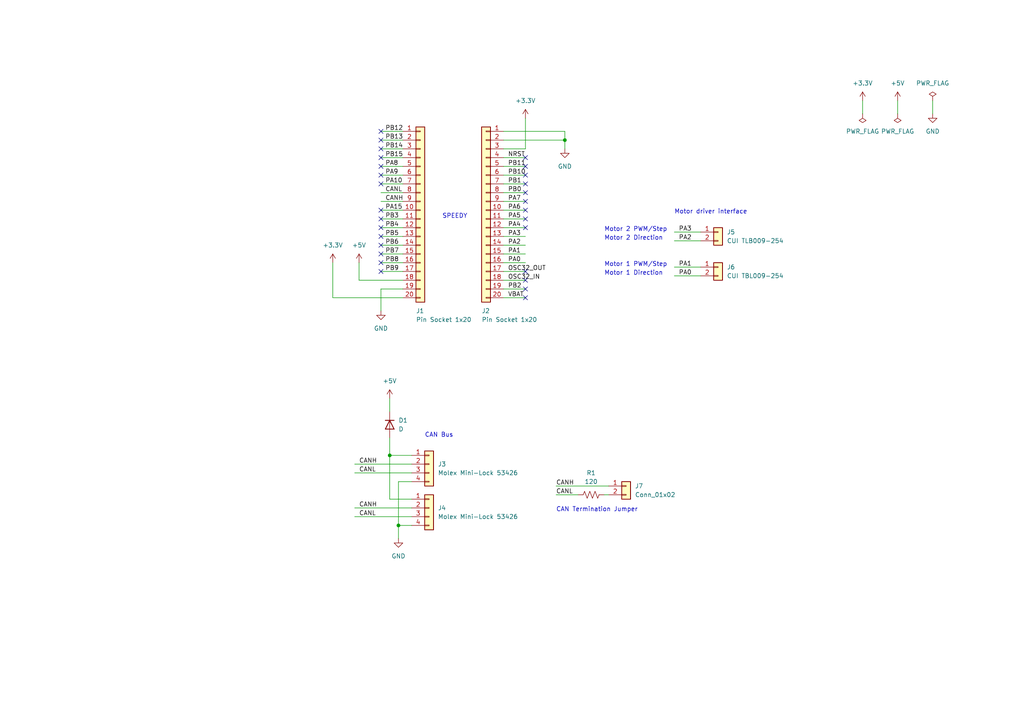
<source format=kicad_sch>
(kicad_sch (version 20230121) (generator eeschema)
  (paper "A4")
  (title_block (title "Speedy Breakout Board") (date "2023-06-27") (rev "1.0") (company "Space Exploration Alberta Robotics"))
  (lib_symbols
    (symbol "Connector_Generic:Conn_01x02" (pin_names (offset 1.016) hide)
      (property "Reference" "J" (at 0 2.54 0))
      (property "Value" "Conn_01x02" (at 0 -5.08 0))
      (symbol "Conn_01x02_1_1"
        (rectangle (start -1.27 -2.413) (end 0 -2.667) (stroke (width 0.1524)))
        (rectangle (start -1.27 0.127) (end 0 -0.127) (stroke (width 0.1524)))
        (rectangle (start -1.27 1.27) (end 1.27 -3.81) (stroke (width 0.254)) (fill (type background)))
        (pin passive line (at -5.08 0 0) (length 3.81) (name "Pin_1") (number "1"))
        (pin passive line (at -5.08 -2.54 0) (length 3.81) (name "Pin_2") (number "2"))
      )
    )
    (symbol "Connector_Generic:Conn_01x04" (pin_names (offset 1.016) hide)
      (property "Reference" "J" (at 0 5.08 0))
      (property "Value" "Conn_01x04" (at 0 -7.62 0))
      (symbol "Conn_01x04_1_1"
        (rectangle (start -1.27 -4.953) (end 0 -5.207) (stroke (width 0.1524)))
        (rectangle (start -1.27 -2.413) (end 0 -2.667) (stroke (width 0.1524)))
        (rectangle (start -1.27 0.127) (end 0 -0.127) (stroke (width 0.1524)))
        (rectangle (start -1.27 2.667) (end 0 2.413) (stroke (width 0.1524)))
        (rectangle (start -1.27 3.81) (end 1.27 -6.35) (stroke (width 0.254)) (fill (type background)))
        (pin passive line (at -5.08 2.54 0) (length 3.81) (name "Pin_1") (number "1"))
        (pin passive line (at -5.08 0 0) (length 3.81) (name "Pin_2") (number "2"))
        (pin passive line (at -5.08 -2.54 0) (length 3.81) (name "Pin_3") (number "3"))
        (pin passive line (at -5.08 -5.08 0) (length 3.81) (name "Pin_4") (number "4"))
      )
    )
    (symbol "Connector_Generic:Conn_01x20" (pin_names (offset 1.016) hide)
      (property "Reference" "J" (at 0 25.4 0))
      (property "Value" "Conn_01x20" (at 0 -27.94 0))
      (symbol "Conn_01x20_1_1"
        (rectangle (start -1.27 -25.273) (end 0 -25.527) (stroke (width 0.1524)))
        (rectangle (start -1.27 -22.733) (end 0 -22.987) (stroke (width 0.1524)))
        (rectangle (start -1.27 -20.193) (end 0 -20.447) (stroke (width 0.1524)))
        (rectangle (start -1.27 -17.653) (end 0 -17.907) (stroke (width 0.1524)))
        (rectangle (start -1.27 -15.113) (end 0 -15.367) (stroke (width 0.1524)))
        (rectangle (start -1.27 -12.573) (end 0 -12.827) (stroke (width 0.1524)))
        (rectangle (start -1.27 -10.033) (end 0 -10.287) (stroke (width 0.1524)))
        (rectangle (start -1.27 -7.493) (end 0 -7.747) (stroke (width 0.1524)))
        (rectangle (start -1.27 -4.953) (end 0 -5.207) (stroke (width 0.1524)))
        (rectangle (start -1.27 -2.413) (end 0 -2.667) (stroke (width 0.1524)))
        (rectangle (start -1.27 0.127) (end 0 -0.127) (stroke (width 0.1524)))
        (rectangle (start -1.27 2.667) (end 0 2.413) (stroke (width 0.1524)))
        (rectangle (start -1.27 5.207) (end 0 4.953) (stroke (width 0.1524)))
        (rectangle (start -1.27 7.747) (end 0 7.493) (stroke (width 0.1524)))
        (rectangle (start -1.27 10.287) (end 0 10.033) (stroke (width 0.1524)))
        (rectangle (start -1.27 12.827) (end 0 12.573) (stroke (width 0.1524)))
        (rectangle (start -1.27 15.367) (end 0 15.113) (stroke (width 0.1524)))
        (rectangle (start -1.27 17.907) (end 0 17.653) (stroke (width 0.1524)))
        (rectangle (start -1.27 20.447) (end 0 20.193) (stroke (width 0.1524)))
        (rectangle (start -1.27 22.987) (end 0 22.733) (stroke (width 0.1524)))
        (rectangle (start -1.27 24.13) (end 1.27 -26.67) (stroke (width 0.254)) (fill (type background)))
        (pin passive line (at -5.08 22.86 0) (length 3.81) (name "Pin_1") (number "1"))
        (pin passive line (at -5.08 0 0) (length 3.81) (name "Pin_10") (number "10"))
        (pin passive line (at -5.08 -2.54 0) (length 3.81) (name "Pin_11") (number "11"))
        (pin passive line (at -5.08 -5.08 0) (length 3.81) (name "Pin_12") (number "12"))
        (pin passive line (at -5.08 -7.62 0) (length 3.81) (name "Pin_13") (number "13"))
        (pin passive line (at -5.08 -10.16 0) (length 3.81) (name "Pin_14") (number "14"))
        (pin passive line (at -5.08 -12.7 0) (length 3.81) (name "Pin_15") (number "15"))
        (pin passive line (at -5.08 -15.24 0) (length 3.81) (name "Pin_16") (number "16"))
        (pin passive line (at -5.08 -17.78 0) (length 3.81) (name "Pin_17") (number "17"))
        (pin passive line (at -5.08 -20.32 0) (length 3.81) (name "Pin_18") (number "18"))
        (pin passive line (at -5.08 -22.86 0) (length 3.81) (name "Pin_19") (number "19"))
        (pin passive line (at -5.08 20.32 0) (length 3.81) (name "Pin_2") (number "2"))
        (pin passive line (at -5.08 -25.4 0) (length 3.81) (name "Pin_20") (number "20"))
        (pin passive line (at -5.08 17.78 0) (length 3.81) (name "Pin_3") (number "3"))
        (pin passive line (at -5.08 15.24 0) (length 3.81) (name "Pin_4") (number "4"))
        (pin passive line (at -5.08 12.7 0) (length 3.81) (name "Pin_5") (number "5"))
        (pin passive line (at -5.08 10.16 0) (length 3.81) (name "Pin_6") (number "6"))
        (pin passive line (at -5.08 7.62 0) (length 3.81) (name "Pin_7") (number "7"))
        (pin passive line (at -5.08 5.08 0) (length 3.81) (name "Pin_8") (number "8"))
        (pin passive line (at -5.08 2.54 0) (length 3.81) (name "Pin_9") (number "9"))
      )
    )
    (symbol "Device:D" (pin_numbers hide) (pin_names (offset 1.016) hide)
      (property "Reference" "D" (at 0 2.54 0))
      (property "Value" "D" (at 0 -2.54 0))
      (symbol "D_0_1"
        (polyline (pts (xy -1.27 1.27) (xy -1.27 -1.27)) (stroke (width 0.254)))
        (polyline (pts (xy 1.27 0) (xy -1.27 0)))
        (polyline (pts (xy 1.27 1.27) (xy 1.27 -1.27) (xy -1.27 0) (xy 1.27 1.27)) (stroke (width 0.254)))
      )
      (symbol "D_1_1"
        (pin passive line (at -3.81 0 0) (length 2.54) (name "K") (number "1"))
        (pin passive line (at 3.81 0 180) (length 2.54) (name "A") (number "2"))
      )
    )
    (symbol "Device:R_US" (pin_numbers hide) (pin_names (offset 0))
      (property "Reference" "R" (at 2.54 0 90))
      (property "Value" "R_US" (at -2.54 0 90))
      (symbol "R_US_0_1"
        (polyline (pts (xy 0 -2.286) (xy 0 -2.54)))
        (polyline (pts (xy 0 2.286) (xy 0 2.54)))
        (polyline (pts (xy 0 -0.762) (xy 1.016 -1.143) (xy 0 -1.524) (xy -1.016 -1.905) (xy 0 -2.286)))
        (polyline (pts (xy 0 0.762) (xy 1.016 0.381) (xy 0 0) (xy -1.016 -0.381) (xy 0 -0.762)))
        (polyline (pts (xy 0 2.286) (xy 1.016 1.905) (xy 0 1.524) (xy -1.016 1.143) (xy 0 0.762)))
      )
      (symbol "R_US_1_1"
        (pin passive line (at 0 3.81 270) (length 1.27) (name "~") (number "1"))
        (pin passive line (at 0 -3.81 90) (length 1.27) (name "~") (number "2"))
      )
    )
    (symbol "power:+3.3V" (power) (pin_names (offset 0))
      (property "Value" "+3.3V" (at 0 3.556 0))
      (symbol "+3.3V_0_1"
        (polyline (pts (xy -0.762 1.27) (xy 0 2.54)))
        (polyline (pts (xy 0 0) (xy 0 2.54)))
        (polyline (pts (xy 0 2.54) (xy 0.762 1.27)))
      )
      (symbol "+3.3V_1_1"
        (pin power_in line (at 0 0 90) (length 0) hide (name "+3.3V") (number "1"))
      )
    )
    (symbol "power:+5V" (power) (pin_names (offset 0))
      (property "Value" "+5V" (at 0 3.556 0))
      (symbol "+5V_0_1"
        (polyline (pts (xy -0.762 1.27) (xy 0 2.54)))
        (polyline (pts (xy 0 0) (xy 0 2.54)))
        (polyline (pts (xy 0 2.54) (xy 0.762 1.27)))
      )
      (symbol "+5V_1_1"
        (pin power_in line (at 0 0 90) (length 0) hide (name "+5V") (number "1"))
      )
    )
    (symbol "power:GND" (power) (pin_names (offset 0))
      (property "Value" "GND" (at 0 -3.81 0))
      (symbol "GND_0_1"
        (polyline (pts (xy 0 0) (xy 0 -1.27) (xy 1.27 -1.27) (xy 0 -2.54) (xy -1.27 -1.27) (xy 0 -1.27)))
      )
      (symbol "GND_1_1"
        (pin power_in line (at 0 0 270) (length 0) hide (name "GND") (number "1"))
      )
    )
    (symbol "power:PWR_FLAG" (power) (pin_numbers hide) (pin_names (offset 0) hide)
      (property "Value" "PWR_FLAG" (at 0 3.81 0))
      (symbol "PWR_FLAG_0_0"
        (pin power_out line (at 0 0 90) (length 0) (name "pwr") (number "1"))
      )
      (symbol "PWR_FLAG_0_1"
        (polyline (pts (xy 0 0) (xy 0 1.27) (xy -1.016 1.905) (xy 0 2.54) (xy 1.016 1.905) (xy 0 1.27)))
      )
    )
  )
  (junction (at 113.03 132.08))
  (junction (at 163.83 40.64))
  (junction (at 115.57 152.4))
  (no_connect (at 110.49 73.66))
  (no_connect (at 110.49 48.26))
  (no_connect (at 152.4 48.26))
  (no_connect (at 152.4 55.88))
  (no_connect (at 152.4 50.8))
  (no_connect (at 110.49 53.34))
  (no_connect (at 110.49 38.1))
  (no_connect (at 152.4 60.96))
  (no_connect (at 152.4 63.5))
  (no_connect (at 152.4 78.74))
  (no_connect (at 152.4 86.36))
  (no_connect (at 152.4 83.82))
  (no_connect (at 152.4 58.42))
  (no_connect (at 110.49 63.5))
  (no_connect (at 110.49 45.72))
  (no_connect (at 110.49 66.04))
  (no_connect (at 152.4 66.04))
  (no_connect (at 110.49 68.58))
  (no_connect (at 110.49 40.64))
  (no_connect (at 152.4 81.28))
  (no_connect (at 110.49 60.96))
  (no_connect (at 110.49 78.74))
  (no_connect (at 152.4 53.34))
  (no_connect (at 110.49 76.2))
  (no_connect (at 152.4 45.72))
  (no_connect (at 110.49 43.18))
  (no_connect (at 110.49 50.8))
  (no_connect (at 110.49 71.12))
  (wire (pts (xy 110.49 55.88) (xy 116.84 55.88)))
  (wire (pts (xy 146.05 86.36) (xy 152.4 86.36)))
  (wire (pts (xy 115.57 152.4) (xy 115.57 156.21)))
  (wire (pts (xy 110.49 68.58) (xy 116.84 68.58)))
  (wire (pts (xy 113.03 132.08) (xy 113.03 144.78)))
  (wire (pts (xy 146.05 78.74) (xy 152.4 78.74)))
  (wire (pts (xy 115.57 139.7) (xy 115.57 152.4)))
  (wire (pts (xy 175.26 143.51) (xy 176.53 143.51)))
  (wire (pts (xy 113.03 115.57) (xy 113.03 119.38)))
  (wire (pts (xy 163.83 38.1) (xy 163.83 40.64)))
  (wire (pts (xy 110.49 50.8) (xy 116.84 50.8)))
  (wire (pts (xy 110.49 83.82) (xy 116.84 83.82)))
  (wire (pts (xy 102.87 147.32) (xy 119.38 147.32)))
  (wire (pts (xy 146.05 38.1) (xy 163.83 38.1)))
  (wire (pts (xy 146.05 76.2) (xy 152.4 76.2)))
  (wire (pts (xy 146.05 81.28) (xy 152.4 81.28)))
  (wire (pts (xy 146.05 60.96) (xy 152.4 60.96)))
  (wire (pts (xy 110.49 48.26) (xy 116.84 48.26)))
  (wire (pts (xy 195.58 80.01) (xy 203.2 80.01)))
  (wire (pts (xy 146.05 40.64) (xy 163.83 40.64)))
  (wire (pts (xy 146.05 83.82) (xy 152.4 83.82)))
  (wire (pts (xy 110.49 58.42) (xy 116.84 58.42)))
  (wire (pts (xy 146.05 50.8) (xy 152.4 50.8)))
  (wire (pts (xy 146.05 43.18) (xy 152.4 43.18)))
  (wire (pts (xy 110.49 38.1) (xy 116.84 38.1)))
  (wire (pts (xy 161.29 140.97) (xy 176.53 140.97)))
  (wire (pts (xy 146.05 48.26) (xy 152.4 48.26)))
  (wire (pts (xy 119.38 139.7) (xy 115.57 139.7)))
  (wire (pts (xy 163.83 40.64) (xy 163.83 43.18)))
  (wire (pts (xy 152.4 34.29) (xy 152.4 43.18)))
  (wire (pts (xy 195.58 69.85) (xy 203.2 69.85)))
  (wire (pts (xy 250.19 29.21) (xy 250.19 33.02)))
  (wire (pts (xy 104.14 76.2) (xy 104.14 81.28)))
  (wire (pts (xy 110.49 66.04) (xy 116.84 66.04)))
  (wire (pts (xy 161.29 143.51) (xy 167.64 143.51)))
  (wire (pts (xy 96.52 76.2) (xy 96.52 86.36)))
  (wire (pts (xy 110.49 76.2) (xy 116.84 76.2)))
  (wire (pts (xy 115.57 152.4) (xy 119.38 152.4)))
  (wire (pts (xy 146.05 73.66) (xy 152.4 73.66)))
  (wire (pts (xy 270.51 29.21) (xy 270.51 33.02)))
  (wire (pts (xy 102.87 149.86) (xy 119.38 149.86)))
  (wire (pts (xy 110.49 71.12) (xy 116.84 71.12)))
  (wire (pts (xy 146.05 68.58) (xy 152.4 68.58)))
  (wire (pts (xy 110.49 83.82) (xy 110.49 90.17)))
  (wire (pts (xy 146.05 58.42) (xy 152.4 58.42)))
  (wire (pts (xy 146.05 71.12) (xy 152.4 71.12)))
  (wire (pts (xy 110.49 60.96) (xy 116.84 60.96)))
  (wire (pts (xy 110.49 78.74) (xy 116.84 78.74)))
  (wire (pts (xy 195.58 67.31) (xy 203.2 67.31)))
  (wire (pts (xy 146.05 53.34) (xy 152.4 53.34)))
  (wire (pts (xy 104.14 81.28) (xy 116.84 81.28)))
  (wire (pts (xy 102.87 137.16) (xy 119.38 137.16)))
  (wire (pts (xy 146.05 63.5) (xy 152.4 63.5)))
  (wire (pts (xy 110.49 45.72) (xy 116.84 45.72)))
  (wire (pts (xy 110.49 63.5) (xy 116.84 63.5)))
  (wire (pts (xy 110.49 43.18) (xy 116.84 43.18)))
  (wire (pts (xy 110.49 40.64) (xy 116.84 40.64)))
  (wire (pts (xy 146.05 45.72) (xy 152.4 45.72)))
  (wire (pts (xy 110.49 73.66) (xy 116.84 73.66)))
  (wire (pts (xy 146.05 66.04) (xy 152.4 66.04)))
  (wire (pts (xy 113.03 127) (xy 113.03 132.08)))
  (wire (pts (xy 260.35 29.21) (xy 260.35 33.02)))
  (wire (pts (xy 146.05 55.88) (xy 152.4 55.88)))
  (wire (pts (xy 113.03 132.08) (xy 119.38 132.08)))
  (wire (pts (xy 102.87 134.62) (xy 119.38 134.62)))
  (wire (pts (xy 96.52 86.36) (xy 116.84 86.36)))
  (wire (pts (xy 110.49 53.34) (xy 116.84 53.34)))
  (wire (pts (xy 195.58 77.47) (xy 203.2 77.47)))
  (wire (pts (xy 119.38 144.78) (xy 113.03 144.78)))
  (text "Motor 2 Direction" (at 175.26 69.85 0) (effects (font (size 1.27 1.27)) (justify left bottom)))
  (text "Motor 2 PWM/Step" (at 175.26 67.31 0) (effects (font (size 1.27 1.27)) (justify left bottom)))
  (text "Motor 1 PWM/Step" (at 175.26 77.47 0) (effects (font (size 1.27 1.27)) (justify left bottom)))
  (text "SPEEDY" (at 128.27 63.5 0) (effects (font (size 1.27 1.27)) (justify left bottom)))
  (text "CAN Termination Jumper" (at 161.29 148.59 0) (effects (font (size 1.27 1.27)) (justify left bottom)))
  (text "CAN Bus" (at 123.19 127 0) (effects (font (size 1.27 1.27)) (justify left bottom)))
  (text "Motor driver interface" (at 195.58 62.23 0) (effects (font (size 1.27 1.27)) (justify left bottom)))
  (text "Motor 1 Direction\n" (at 175.26 80.01 0) (effects (font (size 1.27 1.27)) (justify left bottom)))
  (label "PB11" (at 147.32 48.26 0))
  (label "PA3" (at 147.32 68.58 0))
  (label "PB14" (at 111.76 43.18 0))
  (label "PB4" (at 111.76 66.04 0))
  (label "PB3" (at 111.76 63.5 0))
  (label "PB1" (at 147.32 53.34 0))
  (label "PB8" (at 111.76 76.2 0))
  (label "PA8" (at 111.76 48.26 0))
  (label "PA2" (at 196.85 69.85 0))
  (label "CANL" (at 161.29 143.51 0))
  (label "PA7" (at 147.32 58.42 0))
  (label "PB0" (at 147.32 55.88 0))
  (label "CANL" (at 104.14 149.86 0))
  (label "PB5" (at 111.76 68.58 0))
  (label "PA1" (at 147.32 73.66 0))
  (label "PA4" (at 147.32 66.04 0))
  (label "PB7" (at 111.76 73.66 0))
  (label "VBAT" (at 147.32 86.36 0))
  (label "PA15" (at 111.76 60.96 0))
  (label "PB10" (at 147.32 50.8 0))
  (label "CANH" (at 104.14 147.32 0))
  (label "CANH" (at 161.29 140.97 0))
  (label "PA9" (at 111.76 50.8 0))
  (label "OSC32_OUT" (at 147.32 78.74 0))
  (label "PB2" (at 147.32 83.82 0))
  (label "CANL" (at 104.14 137.16 0))
  (label "PA0" (at 196.85 80.01 0))
  (label "PA0" (at 147.32 76.2 0))
  (label "OSC32_IN" (at 147.32 81.28 0))
  (label "PA6" (at 147.32 60.96 0))
  (label "NRST" (at 147.32 45.72 0))
  (label "CANL" (at 111.76 55.88 0))
  (label "PB15" (at 111.76 45.72 0))
  (label "PA3" (at 196.85 67.31 0))
  (label "CANH" (at 104.14 134.62 0))
  (label "PB9" (at 111.76 78.74 0))
  (label "PB13" (at 111.76 40.64 0))
  (label "PA2" (at 147.32 71.12 0))
  (label "PB6" (at 111.76 71.12 0))
  (label "PA10" (at 111.76 53.34 0))
  (label "PB12" (at 111.76 38.1 0))
  (label "CANH" (at 111.76 58.42 0))
  (label "PA1" (at 196.85 77.47 0))
  (label "PA5" (at 147.32 63.5 0))
  (symbol (lib_id "power:GND") (at 270.51 33.02 0) (unit 1)
    (property "Reference" "#PWR010" (effects hide))
    (property "Value" "GND" (at 270.51 38.1 0))
  )
  (symbol (lib_id "Connector_Generic:Conn_01x04") (at 124.46 134.62 0) (unit 1)
    (property "Reference" "J3" (at 127 134.62 0) (effects (justify left)))
    (property "Value" "Molex Mini-Lock 53426" (at 127 137.16 0) (effects (justify left)))
    (property "Footprint" "Speedy_Breakout:Molex_Mini-Lock_53426-0410_1x04_P2.50mm_Horizontal" (effects hide))
    (property "Sim.Enable" "0" (effects hide))
  )
  (symbol (lib_id "power:+5V") (at 260.35 29.21 0) (unit 1)
    (property "Reference" "#PWR09" (effects hide))
    (property "Value" "+5V" (at 260.35 24.13 0))
  )
  (symbol (lib_id "power:PWR_FLAG") (at 260.35 33.02 180) (unit 1)
    (property "Reference" "#FLG02" (effects hide))
    (property "Value" "PWR_FLAG" (at 260.35 38.1 0))
  )
  (symbol (lib_id "Device:D") (at 113.03 123.19 270) (unit 1)
    (property "Reference" "D1" (at 115.57 121.92 90) (effects (justify left)))
    (property "Value" "D" (at 115.57 124.46 90) (effects (justify left)))
    (property "Footprint" "Diode_SMD:D_SMA" (effects hide))
    (property "Sim.Device" "D" (effects hide))
    (property "Sim.Pins" "1=K 2=A" (effects hide))
  )
  (symbol (lib_id "power:+5V") (at 104.14 76.2 0) (unit 1)
    (property "Reference" "#PWR02" (effects hide))
    (property "Value" "+5V" (at 104.14 71.12 0))
  )
  (symbol (lib_id "Device:R_US") (at 171.45 143.51 90) (unit 1)
    (property "Reference" "R1" (at 171.45 137.16 90))
    (property "Value" "120" (at 171.45 139.7 90))
    (property "Footprint" "Resistor_SMD:R_0805_2012Metric_Pad1.20x1.40mm_HandSolder" (effects hide))
  )
  (symbol (lib_id "Connector_Generic:Conn_01x02") (at 208.28 77.47 0) (unit 1)
    (property "Reference" "J6" (at 210.82 77.47 0) (effects (justify left)))
    (property "Value" "CUI TBL009-254" (at 210.82 80.01 0) (effects (justify left)))
    (property "Footprint" "Speedy_Breakout:TerminalBlock_CUI_TBL009-254-02_1x04_P2.54mm_Horizontal" (effects hide))
    (property "Sim.Enable" "0" (effects hide))
  )
  (symbol (lib_id "power:+3.3V") (at 96.52 76.2 0) (unit 1)
    (property "Reference" "#PWR01" (effects hide))
    (property "Value" "+3.3V" (at 96.52 71.12 0))
  )
  (symbol (lib_id "power:GND") (at 115.57 156.21 0) (unit 1)
    (property "Reference" "#PWR06" (effects hide))
    (property "Value" "GND" (at 115.57 161.29 0))
  )
  (symbol (lib_id "power:PWR_FLAG") (at 250.19 33.02 180) (unit 1)
    (property "Reference" "#FLG01" (effects hide))
    (property "Value" "PWR_FLAG" (at 250.19 38.1 0))
  )
  (symbol (lib_id "Connector_Generic:Conn_01x02") (at 181.61 140.97 0) (unit 1)
    (property "Reference" "J7" (at 184.15 140.97 0) (effects (justify left)))
    (property "Value" "Conn_01x02" (at 184.15 143.51 0) (effects (justify left)))
    (property "Footprint" "Connector_PinHeader_2.54mm:PinHeader_1x02_P2.54mm_Vertical" (effects hide))
    (property "Sim.Enable" "0" (effects hide))
  )
  (symbol (lib_id "power:+5V") (at 113.03 115.57 0) (unit 1)
    (property "Reference" "#PWR07" (effects hide))
    (property "Value" "+5V" (at 113.03 110.49 0))
  )
  (symbol (lib_id "power:PWR_FLAG") (at 270.51 29.21 0) (unit 1)
    (property "Reference" "#FLG03" (effects hide))
    (property "Value" "PWR_FLAG" (at 270.51 24.13 0))
  )
  (symbol (lib_id "power:GND") (at 110.49 90.17 0) (unit 1)
    (property "Reference" "#PWR03" (effects hide))
    (property "Value" "GND" (at 110.49 95.25 0))
  )
  (symbol (lib_id "Connector_Generic:Conn_01x02") (at 208.28 67.31 0) (unit 1)
    (property "Reference" "J5" (at 210.82 67.31 0) (effects (justify left)))
    (property "Value" "CUI TLB009-254" (at 210.82 69.85 0) (effects (justify left)))
    (property "Footprint" "Speedy_Breakout:TerminalBlock_CUI_TBL009-254-02_1x04_P2.54mm_Horizontal" (effects hide))
    (property "Sim.Enable" "0" (effects hide))
  )
  (symbol (lib_id "power:+3.3V") (at 250.19 29.21 0) (unit 1)
    (property "Reference" "#PWR08" (effects hide))
    (property "Value" "+3.3V" (at 250.19 24.13 0))
  )
  (symbol (lib_id "Connector_Generic:Conn_01x20") (at 121.92 60.96 0) (unit 1)
    (property "Reference" "J1" (at 120.65 90.17 0) (effects (justify left)))
    (property "Value" "Pin Socket 1x20" (at 120.65 92.71 0) (effects (justify left)))
    (property "Footprint" "Connector_PinSocket_2.54mm:PinSocket_1x20_P2.54mm_Vertical" (effects hide))
    (property "Sim.Enable" "0" (effects hide))
  )
  (symbol (lib_id "Connector_Generic:Conn_01x20") (at 140.97 60.96 0) (mirror y) (unit 1)
    (property "Reference" "J2" (at 139.7 90.17 0) (effects (justify right)))
    (property "Value" "Pin Socket 1x20" (at 139.7 92.71 0) (effects (justify right)))
    (property "Footprint" "Connector_PinSocket_2.54mm:PinSocket_1x20_P2.54mm_Vertical" (effects hide))
    (property "Sim.Enable" "0" (effects hide))
  )
  (symbol (lib_id "power:GND") (at 163.83 43.18 0) (unit 1)
    (property "Reference" "#PWR05" (effects hide))
    (property "Value" "GND" (at 163.83 48.26 0))
  )
  (symbol (lib_id "Connector_Generic:Conn_01x04") (at 124.46 147.32 0) (unit 1)
    (property "Reference" "J4" (at 127 147.32 0) (effects (justify left)))
    (property "Value" "Molex Mini-Lock 53426" (at 127 149.86 0) (effects (justify left)))
    (property "Footprint" "Speedy_Breakout:Molex_Mini-Lock_53426-0410_1x04_P2.50mm_Horizontal" (effects hide))
    (property "Sim.Enable" "0" (effects hide))
  )
  (symbol (lib_id "power:+3.3V") (at 152.4 34.29 0) (unit 1)
    (property "Reference" "#PWR04" (effects hide))
    (property "Value" "+3.3V" (at 152.4 29.21 0))
  )
)
</source>
